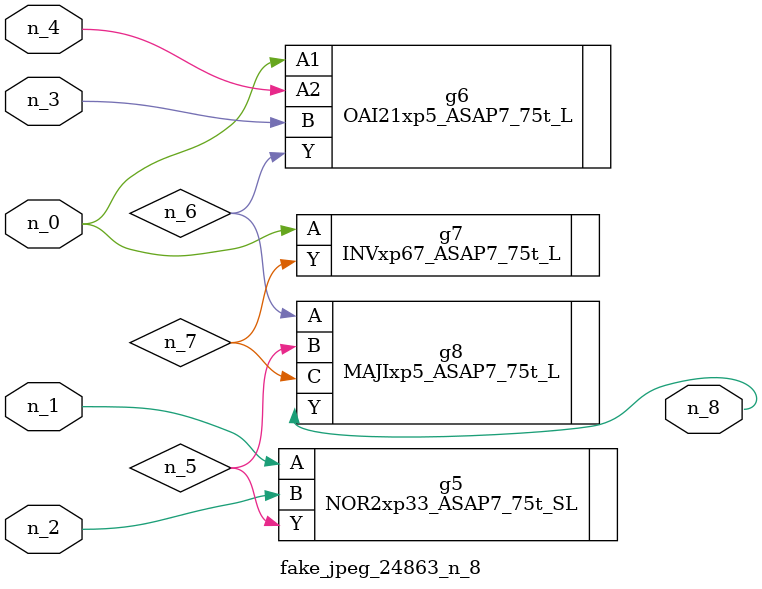
<source format=v>
module fake_jpeg_24863_n_8 (n_3, n_2, n_1, n_0, n_4, n_8);

input n_3;
input n_2;
input n_1;
input n_0;
input n_4;

output n_8;

wire n_6;
wire n_5;
wire n_7;

NOR2xp33_ASAP7_75t_SL g5 ( 
.A(n_1),
.B(n_2),
.Y(n_5)
);

OAI21xp5_ASAP7_75t_L g6 ( 
.A1(n_0),
.A2(n_4),
.B(n_3),
.Y(n_6)
);

INVxp67_ASAP7_75t_L g7 ( 
.A(n_0),
.Y(n_7)
);

MAJIxp5_ASAP7_75t_L g8 ( 
.A(n_6),
.B(n_5),
.C(n_7),
.Y(n_8)
);


endmodule
</source>
